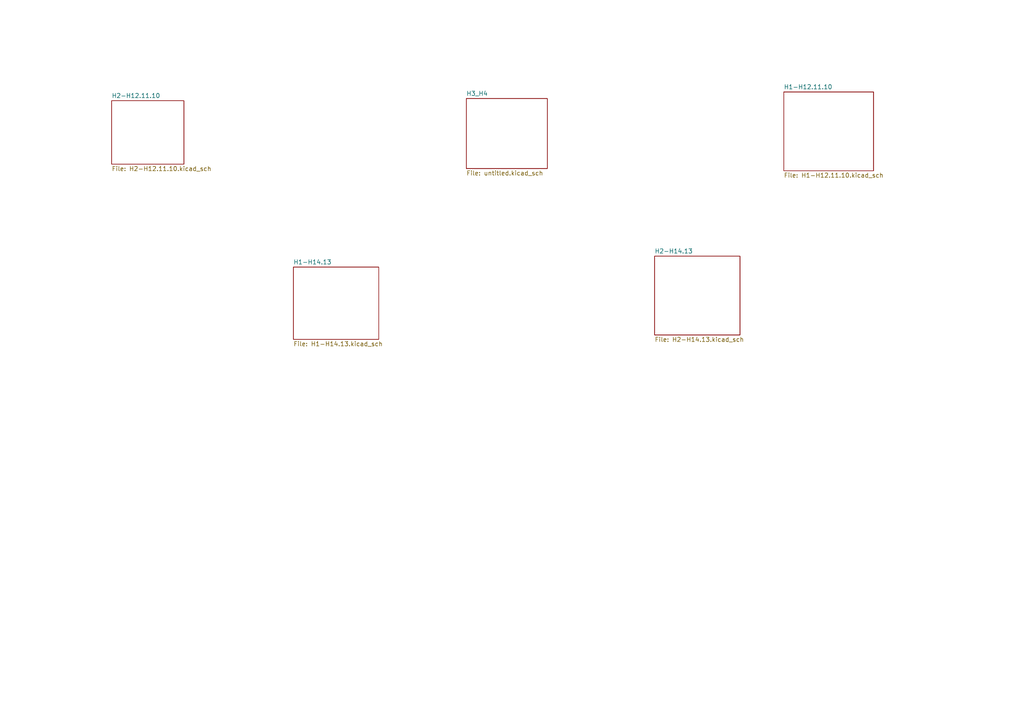
<source format=kicad_sch>
(kicad_sch
	(version 20231120)
	(generator "eeschema")
	(generator_version "8.0")
	(uuid "4940c63c-65b5-4f17-bae9-f8f159cf243f")
	(paper "A4")
	(lib_symbols)
	(sheet
		(at 135.255 28.575)
		(size 23.495 20.32)
		(fields_autoplaced yes)
		(stroke
			(width 0.1524)
			(type solid)
		)
		(fill
			(color 0 0 0 0.0000)
		)
		(uuid "47cf8364-7cb1-45f1-a1a1-847da3dbbd13")
		(property "Sheetname" "H3_H4"
			(at 135.255 27.8634 0)
			(effects
				(font
					(size 1.27 1.27)
				)
				(justify left bottom)
			)
		)
		(property "Sheetfile" "untitled.kicad_sch"
			(at 135.255 49.4796 0)
			(effects
				(font
					(size 1.27 1.27)
				)
				(justify left top)
			)
		)
		(instances
			(project "BOBPrototype"
				(path "/4940c63c-65b5-4f17-bae9-f8f159cf243f"
					(page "6")
				)
			)
		)
	)
	(sheet
		(at 227.33 26.67)
		(size 26.035 22.86)
		(fields_autoplaced yes)
		(stroke
			(width 0.1524)
			(type solid)
		)
		(fill
			(color 0 0 0 0.0000)
		)
		(uuid "8565e455-f7ea-42e8-a03d-8e52cce57ce9")
		(property "Sheetname" "H1-H12.11.10"
			(at 227.33 25.9584 0)
			(effects
				(font
					(size 1.27 1.27)
				)
				(justify left bottom)
			)
		)
		(property "Sheetfile" "H1-H12.11.10.kicad_sch"
			(at 227.33 50.1146 0)
			(effects
				(font
					(size 1.27 1.27)
				)
				(justify left top)
			)
		)
		(instances
			(project "BOBPrototype"
				(path "/4940c63c-65b5-4f17-bae9-f8f159cf243f"
					(page "2")
				)
			)
		)
	)
	(sheet
		(at 85.09 77.47)
		(size 24.765 20.955)
		(fields_autoplaced yes)
		(stroke
			(width 0.1524)
			(type solid)
		)
		(fill
			(color 0 0 0 0.0000)
		)
		(uuid "c0d97237-010b-4515-a540-1f1751837c63")
		(property "Sheetname" "H1-H14.13"
			(at 85.09 76.7584 0)
			(effects
				(font
					(size 1.27 1.27)
				)
				(justify left bottom)
			)
		)
		(property "Sheetfile" "H1-H14.13.kicad_sch"
			(at 85.09 99.0096 0)
			(effects
				(font
					(size 1.27 1.27)
				)
				(justify left top)
			)
		)
		(instances
			(project "BOBPrototype"
				(path "/4940c63c-65b5-4f17-bae9-f8f159cf243f"
					(page "3")
				)
			)
		)
	)
	(sheet
		(at 32.385 29.21)
		(size 20.955 18.415)
		(fields_autoplaced yes)
		(stroke
			(width 0.1524)
			(type solid)
		)
		(fill
			(color 0 0 0 0.0000)
		)
		(uuid "c3a209f1-4fb0-4513-99f1-d3bb0f427cd9")
		(property "Sheetname" "H2-H12.11.10"
			(at 32.385 28.4984 0)
			(effects
				(font
					(size 1.27 1.27)
				)
				(justify left bottom)
			)
		)
		(property "Sheetfile" "H2-H12.11.10.kicad_sch"
			(at 32.385 48.2096 0)
			(effects
				(font
					(size 1.27 1.27)
				)
				(justify left top)
			)
		)
		(instances
			(project "BOBPrototype"
				(path "/4940c63c-65b5-4f17-bae9-f8f159cf243f"
					(page "4")
				)
			)
		)
	)
	(sheet
		(at 189.865 74.295)
		(size 24.765 22.86)
		(fields_autoplaced yes)
		(stroke
			(width 0.1524)
			(type solid)
		)
		(fill
			(color 0 0 0 0.0000)
		)
		(uuid "d8d011fc-6e0f-4dac-b9fe-7bf9bfd451d2")
		(property "Sheetname" "H2-H14.13"
			(at 189.865 73.5834 0)
			(effects
				(font
					(size 1.27 1.27)
				)
				(justify left bottom)
			)
		)
		(property "Sheetfile" "H2-H14.13.kicad_sch"
			(at 189.865 97.7396 0)
			(effects
				(font
					(size 1.27 1.27)
				)
				(justify left top)
			)
		)
		(instances
			(project "BOBPrototype"
				(path "/4940c63c-65b5-4f17-bae9-f8f159cf243f"
					(page "5")
				)
			)
		)
	)
	(sheet_instances
		(path "/"
			(page "1")
		)
	)
)

</source>
